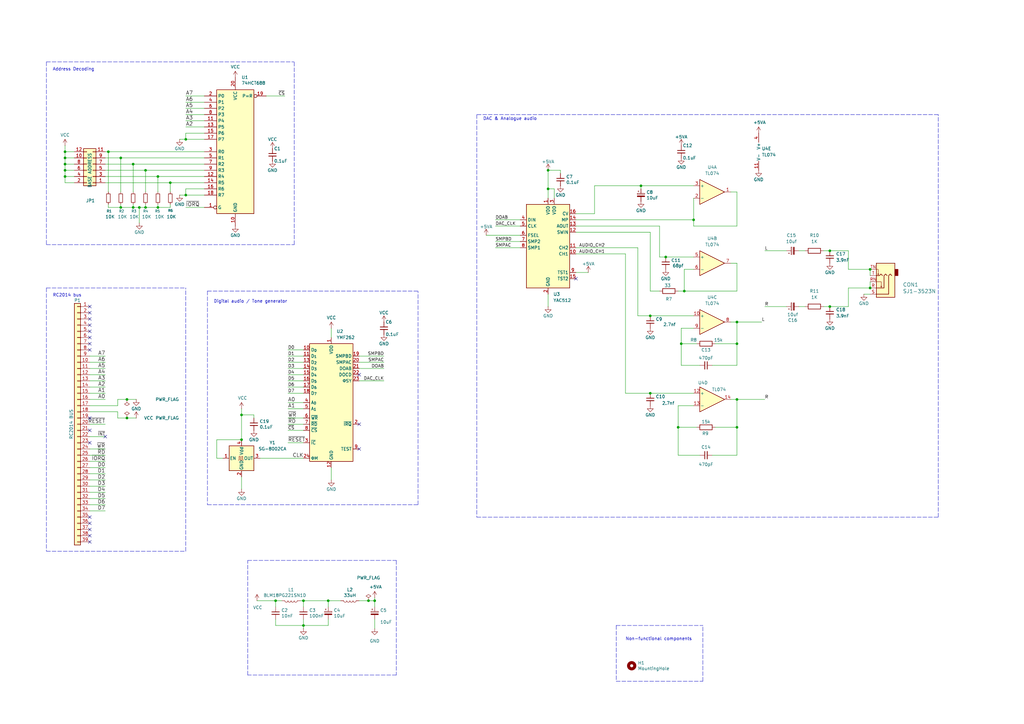
<source format=kicad_sch>
(kicad_sch (version 20250114) (generator "eeschema") (generator_version "9.0")
  (paper "A3")
  (title_block (title "RCBUS YMF262 sound card") (date "${DATE}") (rev "${VERSION}") (comment 1 "these are the things that dreams are made of") (comment 2 "${GIT_HASH}"))
  (junction (at 59.69 85.09))
  (junction (at 134.62 246.38))
  (junction (at 54.61 67.31))
  (junction (at 52.07 163.83))
  (junction (at 151.13 246.38))
  (junction (at 49.53 85.09))
  (junction (at 302.26 175.26))
  (junction (at 69.85 74.93))
  (junction (at 266.7 129.54))
  (junction (at 278.13 175.26))
  (junction (at 224.79 77.47))
  (junction (at 280.67 119.38))
  (junction (at 59.69 69.85))
  (junction (at 26.67 62.23))
  (junction (at 340.36 125.73))
  (junction (at 302.26 140.97))
  (junction (at 54.61 85.09))
  (junction (at 284.48 90.17))
  (junction (at 113.03 246.38))
  (junction (at 302.26 132.08))
  (junction (at 44.45 62.23))
  (junction (at 340.36 102.87))
  (junction (at 26.67 72.39))
  (junction (at 262.89 76.2))
  (junction (at 26.67 69.85))
  (junction (at 279.4 140.97))
  (junction (at 273.05 105.41))
  (junction (at 64.77 85.09))
  (junction (at 124.46 256.54))
  (junction (at 26.67 67.31))
  (junction (at 52.07 171.45))
  (junction (at 99.06 170.18))
  (junction (at 57.15 85.09))
  (junction (at 356.87 110.49))
  (junction (at 302.26 163.83))
  (junction (at 99.06 180.34))
  (junction (at 266.7 161.29))
  (junction (at 224.79 69.85))
  (junction (at 76.2 57.15))
  (junction (at 26.67 64.77))
  (junction (at 49.53 64.77))
  (junction (at 356.87 118.11))
  (junction (at 76.2 80.01))
  (junction (at 64.77 72.39))
  (junction (at 124.46 246.38))
  (junction (at 153.67 246.38))
  (no_connect (at 147.32 173.99))
  (no_connect (at 147.32 184.15))
  (no_connect (at 36.83 171.45))
  (no_connect (at 36.83 222.25))
  (no_connect (at 36.83 217.17))
  (no_connect (at 36.83 130.81))
  (no_connect (at 236.22 114.3))
  (no_connect (at 147.32 153.67))
  (no_connect (at 36.83 128.27))
  (no_connect (at 36.83 181.61))
  (no_connect (at 36.83 214.63))
  (no_connect (at 36.83 125.73))
  (no_connect (at 36.83 140.97))
  (no_connect (at 36.83 212.09))
  (no_connect (at 36.83 143.51))
  (no_connect (at 36.83 138.43))
  (no_connect (at 36.83 219.71))
  (no_connect (at 36.83 133.35))
  (no_connect (at 36.83 135.89))
  (no_connect (at 36.83 176.53))
  (no_connect (at 43.18 179.07))
  (polyline (pts (xy 384.81 212.09) (xy 384.81 46.99)) (stroke (width 0) (type dash)))
  (wire (pts (xy 73.66 80.01) (xy 76.2 80.01)))
  (wire (pts (xy 48.26 163.83) (xy 52.07 163.83)))
  (wire (pts (xy 153.67 248.92) (xy 153.67 246.38)))
  (wire (pts (xy 340.36 102.87) (xy 347.98 102.87)))
  (wire (pts (xy 134.62 246.38) (xy 134.62 248.92)))
  (wire (pts (xy 243.84 76.2) (xy 262.89 76.2)))
  (wire (pts (xy 88.9 180.34) (xy 88.9 187.96)))
  (wire (pts (xy 48.26 171.45) (xy 52.07 171.45)))
  (wire (pts (xy 118.11 143.51) (xy 124.46 143.51)))
  (wire (pts (xy 284.48 90.17) (xy 284.48 92.71)))
  (polyline (pts (xy 85.09 119.38) (xy 85.09 207.01)) (stroke (width 0) (type dash)))
  (wire (pts (xy 337.82 102.87) (xy 340.36 102.87)))
  (wire (pts (xy 256.54 104.14) (xy 256.54 161.29)))
  (wire (pts (xy 118.11 181.61) (xy 124.46 181.61)))
  (wire (pts (xy 76.2 54.61) (xy 83.82 54.61)))
  (wire (pts (xy 76.2 49.53) (xy 83.82 49.53)))
  (wire (pts (xy 26.67 72.39) (xy 26.67 74.93)))
  (polyline (pts (xy 288.29 279.4) (xy 288.29 256.54)) (stroke (width 0) (type dash)))
  (wire (pts (xy 279.4 149.86) (xy 279.4 140.97)))
  (wire (pts (xy 124.46 254) (xy 124.46 256.54)))
  (wire (pts (xy 236.22 101.6) (xy 261.62 101.6)))
  (wire (pts (xy 118.11 156.21) (xy 124.46 156.21)))
  (wire (pts (xy 76.2 44.45) (xy 83.82 44.45)))
  (wire (pts (xy 43.18 64.77) (xy 49.53 64.77)))
  (wire (pts (xy 356.87 113.03) (xy 356.87 110.49)))
  (wire (pts (xy 236.22 95.25) (xy 266.7 95.25)))
  (wire (pts (xy 123.19 246.38) (xy 124.46 246.38)))
  (wire (pts (xy 327.66 102.87) (xy 330.2 102.87)))
  (wire (pts (xy 147.32 148.59) (xy 157.48 148.59)))
  (wire (pts (xy 43.18 199.39) (xy 36.83 199.39)))
  (wire (pts (xy 76.2 85.09) (xy 83.82 85.09)))
  (wire (pts (xy 76.2 52.07) (xy 83.82 52.07)))
  (polyline (pts (xy 252.73 256.54) (xy 288.29 256.54)) (stroke (width 0) (type dash)))
  (polyline (pts (xy 101.6 276.86) (xy 101.6 229.87)) (stroke (width 0) (type dash)))
  (polyline (pts (xy 85.09 207.01) (xy 171.45 207.01)) (stroke (width 0) (type dash)))
  (polyline (pts (xy 162.56 229.87) (xy 162.56 276.86)) (stroke (width 0) (type dash)))
  (wire (pts (xy 43.18 194.31) (xy 36.83 194.31)))
  (wire (pts (xy 236.22 92.71) (xy 270.51 92.71)))
  (wire (pts (xy 76.2 57.15) (xy 83.82 57.15)))
  (wire (pts (xy 153.67 246.38) (xy 153.67 245.11)))
  (wire (pts (xy 64.77 72.39) (xy 64.77 78.74)))
  (wire (pts (xy 302.26 132.08) (xy 302.26 140.97)))
  (wire (pts (xy 48.26 168.91) (xy 48.26 171.45)))
  (wire (pts (xy 49.53 64.77) (xy 49.53 78.74)))
  (wire (pts (xy 224.79 69.85) (xy 229.87 69.85)))
  (wire (pts (xy 256.54 161.29) (xy 266.7 161.29)))
  (wire (pts (xy 279.4 140.97) (xy 279.4 134.62)))
  (wire (pts (xy 118.11 148.59) (xy 124.46 148.59)))
  (wire (pts (xy 236.22 87.63) (xy 243.84 87.63)))
  (wire (pts (xy 118.11 171.45) (xy 124.46 171.45)))
  (wire (pts (xy 113.03 246.38) (xy 113.03 248.92)))
  (wire (pts (xy 43.18 179.07) (xy 36.83 179.07)))
  (wire (pts (xy 302.26 132.08) (xy 312.42 132.08)))
  (wire (pts (xy 44.45 85.09) (xy 49.53 85.09)))
  (wire (pts (xy 99.06 195.58) (xy 99.06 200.66)))
  (wire (pts (xy 48.26 166.37) (xy 48.26 163.83)))
  (wire (pts (xy 43.18 163.83) (xy 36.83 163.83)))
  (wire (pts (xy 302.26 140.97) (xy 302.26 149.86)))
  (wire (pts (xy 43.18 186.69) (xy 36.83 186.69)))
  (wire (pts (xy 43.18 209.55) (xy 36.83 209.55)))
  (wire (pts (xy 278.13 175.26) (xy 285.75 175.26)))
  (wire (pts (xy 54.61 85.09) (xy 54.61 83.82)))
  (wire (pts (xy 99.06 170.18) (xy 99.06 180.34)))
  (polyline (pts (xy 162.56 276.86) (xy 101.6 276.86)) (stroke (width 0) (type dash)))
  (wire (pts (xy 147.32 246.38) (xy 151.13 246.38)))
  (wire (pts (xy 135.89 191.77) (xy 135.89 196.85)))
  (wire (pts (xy 26.67 74.93) (xy 30.48 74.93)))
  (polyline (pts (xy 252.73 279.4) (xy 288.29 279.4)) (stroke (width 0) (type dash)))
  (wire (pts (xy 236.22 111.76) (xy 241.3 111.76)))
  (wire (pts (xy 124.46 256.54) (xy 134.62 256.54)))
  (wire (pts (xy 43.18 67.31) (xy 54.61 67.31)))
  (wire (pts (xy 236.22 90.17) (xy 284.48 90.17)))
  (wire (pts (xy 147.32 146.05) (xy 157.48 146.05)))
  (wire (pts (xy 199.39 96.52) (xy 213.36 96.52)))
  (wire (pts (xy 76.2 77.47) (xy 76.2 80.01)))
  (wire (pts (xy 147.32 151.13) (xy 157.48 151.13)))
  (wire (pts (xy 43.18 189.23) (xy 36.83 189.23)))
  (wire (pts (xy 109.22 39.37) (xy 116.84 39.37)))
  (wire (pts (xy 26.67 64.77) (xy 30.48 64.77)))
  (wire (pts (xy 347.98 102.87) (xy 347.98 110.49)))
  (wire (pts (xy 43.18 173.99) (xy 36.83 173.99)))
  (wire (pts (xy 52.07 163.83) (xy 55.88 163.83)))
  (wire (pts (xy 203.2 101.6) (xy 213.36 101.6)))
  (wire (pts (xy 284.48 110.49) (xy 280.67 110.49)))
  (wire (pts (xy 64.77 85.09) (xy 69.85 85.09)))
  (wire (pts (xy 118.11 158.75) (xy 124.46 158.75)))
  (wire (pts (xy 99.06 167.64) (xy 99.06 170.18)))
  (wire (pts (xy 76.2 41.91) (xy 83.82 41.91)))
  (wire (pts (xy 26.67 67.31) (xy 30.48 67.31)))
  (wire (pts (xy 124.46 246.38) (xy 134.62 246.38)))
  (wire (pts (xy 26.67 62.23) (xy 26.67 64.77)))
  (wire (pts (xy 43.18 62.23) (xy 44.45 62.23)))
  (wire (pts (xy 73.66 57.15) (xy 76.2 57.15)))
  (wire (pts (xy 224.79 69.85) (xy 224.79 77.47)))
  (wire (pts (xy 104.14 170.18) (xy 104.14 171.45)))
  (wire (pts (xy 52.07 171.45) (xy 55.88 171.45)))
  (wire (pts (xy 262.89 77.47) (xy 262.89 76.2)))
  (wire (pts (xy 287.02 186.69) (xy 278.13 186.69)))
  (wire (pts (xy 26.67 59.69) (xy 26.67 62.23)))
  (wire (pts (xy 118.11 161.29) (xy 124.46 161.29)))
  (wire (pts (xy 43.18 72.39) (xy 64.77 72.39)))
  (polyline (pts (xy 384.81 46.99) (xy 195.58 46.99)) (stroke (width 0) (type dash)))
  (wire (pts (xy 43.18 74.93) (xy 69.85 74.93)))
  (wire (pts (xy 64.77 72.39) (xy 83.82 72.39)))
  (wire (pts (xy 270.51 92.71) (xy 270.51 105.41)))
  (wire (pts (xy 44.45 85.09) (xy 44.45 83.82)))
  (wire (pts (xy 43.18 161.29) (xy 36.83 161.29)))
  (wire (pts (xy 69.85 74.93) (xy 69.85 78.74)))
  (wire (pts (xy 43.18 69.85) (xy 59.69 69.85)))
  (wire (pts (xy 118.11 153.67) (xy 124.46 153.67)))
  (wire (pts (xy 279.4 140.97) (xy 285.75 140.97)))
  (wire (pts (xy 327.66 125.73) (xy 330.2 125.73)))
  (wire (pts (xy 266.7 129.54) (xy 284.48 129.54)))
  (wire (pts (xy 270.51 105.41) (xy 273.05 105.41)))
  (wire (pts (xy 48.26 168.91) (xy 36.83 168.91)))
  (wire (pts (xy 43.18 158.75) (xy 36.83 158.75)))
  (wire (pts (xy 43.18 151.13) (xy 36.83 151.13)))
  (wire (pts (xy 43.18 153.67) (xy 36.83 153.67)))
  (wire (pts (xy 261.62 129.54) (xy 266.7 129.54)))
  (wire (pts (xy 26.67 69.85) (xy 26.67 72.39)))
  (wire (pts (xy 302.26 78.74) (xy 302.26 92.71)))
  (wire (pts (xy 26.67 72.39) (xy 30.48 72.39)))
  (wire (pts (xy 227.33 81.28) (xy 227.33 77.47)))
  (polyline (pts (xy 195.58 46.99) (xy 195.58 212.09)) (stroke (width 0) (type dash)))
  (wire (pts (xy 153.67 254) (xy 153.67 257.81)))
  (wire (pts (xy 43.18 146.05) (xy 36.83 146.05)))
  (wire (pts (xy 302.26 149.86) (xy 292.1 149.86)))
  (wire (pts (xy 44.45 62.23) (xy 83.82 62.23)))
  (wire (pts (xy 278.13 166.37) (xy 284.48 166.37)))
  (wire (pts (xy 43.18 191.77) (xy 36.83 191.77)))
  (wire (pts (xy 347.98 125.73) (xy 347.98 118.11)))
  (wire (pts (xy 278.13 186.69) (xy 278.13 175.26)))
  (wire (pts (xy 76.2 46.99) (xy 83.82 46.99)))
  (wire (pts (xy 44.45 62.23) (xy 44.45 78.74)))
  (polyline (pts (xy 19.05 118.11) (xy 76.2 118.11)) (stroke (width 0) (type dash)))
  (wire (pts (xy 203.2 99.06) (xy 213.36 99.06)))
  (wire (pts (xy 43.18 207.01) (xy 36.83 207.01)))
  (wire (pts (xy 124.46 257.81) (xy 124.46 256.54)))
  (wire (pts (xy 293.37 175.26) (xy 302.26 175.26)))
  (wire (pts (xy 284.48 81.28) (xy 284.48 90.17)))
  (wire (pts (xy 299.72 163.83) (xy 302.26 163.83)))
  (wire (pts (xy 59.69 85.09) (xy 64.77 85.09)))
  (wire (pts (xy 278.13 119.38) (xy 280.67 119.38)))
  (wire (pts (xy 337.82 125.73) (xy 340.36 125.73)))
  (wire (pts (xy 134.62 246.38) (xy 139.7 246.38)))
  (polyline (pts (xy 120.65 100.33) (xy 120.65 25.4)) (stroke (width 0) (type dash)))
  (wire (pts (xy 54.61 67.31) (xy 54.61 78.74)))
  (wire (pts (xy 134.62 254) (xy 134.62 256.54)))
  (wire (pts (xy 59.69 85.09) (xy 59.69 83.82)))
  (polyline (pts (xy 85.09 119.38) (xy 171.45 119.38)) (stroke (width 0) (type dash)))
  (polyline (pts (xy 171.45 207.01) (xy 171.45 119.38)) (stroke (width 0) (type dash)))
  (wire (pts (xy 273.05 105.41) (xy 284.48 105.41)))
  (wire (pts (xy 243.84 76.2) (xy 243.84 87.63)))
  (wire (pts (xy 113.03 246.38) (xy 115.57 246.38)))
  (wire (pts (xy 43.18 148.59) (xy 36.83 148.59)))
  (wire (pts (xy 64.77 85.09) (xy 64.77 83.82)))
  (wire (pts (xy 113.03 256.54) (xy 124.46 256.54)))
  (wire (pts (xy 48.26 166.37) (xy 36.83 166.37)))
  (wire (pts (xy 262.89 76.2) (xy 284.48 76.2)))
  (wire (pts (xy 99.06 180.34) (xy 88.9 180.34)))
  (wire (pts (xy 347.98 110.49) (xy 356.87 110.49)))
  (wire (pts (xy 43.18 204.47) (xy 36.83 204.47)))
  (wire (pts (xy 356.87 118.11) (xy 356.87 115.57)))
  (polyline (pts (xy 19.05 226.06) (xy 76.2 226.06)) (stroke (width 0) (type dash)))
  (wire (pts (xy 224.79 77.47) (xy 224.79 81.28)))
  (wire (pts (xy 236.22 104.14) (xy 256.54 104.14)))
  (wire (pts (xy 76.2 54.61) (xy 76.2 57.15)))
  (wire (pts (xy 59.69 69.85) (xy 59.69 78.74)))
  (wire (pts (xy 69.85 83.82) (xy 69.85 85.09)))
  (polyline (pts (xy 19.05 25.4) (xy 19.05 100.33)) (stroke (width 0) (type dash)))
  (wire (pts (xy 118.11 176.53) (xy 124.46 176.53)))
  (wire (pts (xy 118.11 173.99) (xy 124.46 173.99)))
  (wire (pts (xy 88.9 187.96) (xy 91.44 187.96)))
  (wire (pts (xy 26.67 69.85) (xy 30.48 69.85)))
  (wire (pts (xy 229.87 69.85) (xy 229.87 71.12)))
  (polyline (pts (xy 252.73 256.54) (xy 252.73 279.4)) (stroke (width 0) (type dash)))
  (wire (pts (xy 69.85 74.93) (xy 83.82 74.93)))
  (wire (pts (xy 59.69 69.85) (xy 83.82 69.85)))
  (wire (pts (xy 49.53 64.77) (xy 83.82 64.77)))
  (polyline (pts (xy 76.2 226.06) (xy 76.2 118.11)) (stroke (width 0) (type dash)))
  (wire (pts (xy 287.02 149.86) (xy 279.4 149.86)))
  (wire (pts (xy 340.36 125.73) (xy 347.98 125.73)))
  (wire (pts (xy 83.82 77.47) (xy 76.2 77.47)))
  (wire (pts (xy 118.11 167.64) (xy 124.46 167.64)))
  (wire (pts (xy 280.67 110.49) (xy 280.67 119.38)))
  (wire (pts (xy 261.62 101.6) (xy 261.62 129.54)))
  (wire (pts (xy 113.03 254) (xy 113.03 256.54)))
  (wire (pts (xy 266.7 119.38) (xy 270.51 119.38)))
  (wire (pts (xy 224.79 120.65) (xy 224.79 125.73)))
  (wire (pts (xy 266.7 95.25) (xy 266.7 119.38)))
  (wire (pts (xy 135.89 134.62) (xy 135.89 138.43)))
  (wire (pts (xy 26.67 64.77) (xy 26.67 67.31)))
  (polyline (pts (xy 19.05 118.11) (xy 19.05 226.06)) (stroke (width 0) (type dash)))
  (wire (pts (xy 266.7 161.29) (xy 284.48 161.29)))
  (wire (pts (xy 313.69 125.73) (xy 322.58 125.73)))
  (wire (pts (xy 147.32 156.21) (xy 157.48 156.21)))
  (wire (pts (xy 302.26 92.71) (xy 284.48 92.71)))
  (wire (pts (xy 302.26 163.83) (xy 313.69 163.83)))
  (wire (pts (xy 49.53 85.09) (xy 54.61 85.09)))
  (wire (pts (xy 124.46 246.38) (xy 124.46 248.92)))
  (polyline (pts (xy 19.05 25.4) (xy 120.65 25.4)) (stroke (width 0) (type dash)))
  (polyline (pts (xy 101.6 229.87) (xy 162.56 229.87)) (stroke (width 0) (type dash)))
  (wire (pts (xy 106.68 187.96) (xy 124.46 187.96)))
  (wire (pts (xy 105.41 246.38) (xy 113.03 246.38)))
  (polyline (pts (xy 195.58 212.09) (xy 384.81 212.09)) (stroke (width 0) (type dash)))
  (wire (pts (xy 313.69 102.87) (xy 322.58 102.87)))
  (wire (pts (xy 43.18 201.93) (xy 36.83 201.93)))
  (wire (pts (xy 43.18 196.85) (xy 36.83 196.85)))
  (wire (pts (xy 278.13 175.26) (xy 278.13 166.37)))
  (wire (pts (xy 118.11 151.13) (xy 124.46 151.13)))
  (wire (pts (xy 227.33 77.47) (xy 224.79 77.47)))
  (wire (pts (xy 302.26 175.26) (xy 302.26 186.69)))
  (wire (pts (xy 57.15 91.44) (xy 57.15 85.09)))
  (polyline (pts (xy 19.05 100.33) (xy 120.65 100.33)) (stroke (width 0) (type dash)))
  (wire (pts (xy 49.53 85.09) (xy 49.53 83.82)))
  (wire (pts (xy 293.37 140.97) (xy 302.26 140.97)))
  (wire (pts (xy 203.2 90.17) (xy 213.36 90.17)))
  (wire (pts (xy 43.18 184.15) (xy 36.83 184.15)))
  (wire (pts (xy 302.26 186.69) (xy 292.1 186.69)))
  (wire (pts (xy 299.72 78.74) (xy 302.26 78.74)))
  (wire (pts (xy 347.98 118.11) (xy 356.87 118.11)))
  (wire (pts (xy 151.13 246.38) (xy 153.67 246.38)))
  (wire (pts (xy 280.67 119.38) (xy 302.26 119.38)))
  (wire (pts (xy 26.67 62.23) (xy 30.48 62.23)))
  (wire (pts (xy 302.26 163.83) (xy 302.26 175.26)))
  (wire (pts (xy 203.2 92.71) (xy 213.36 92.71)))
  (wire (pts (xy 299.72 132.08) (xy 302.26 132.08)))
  (wire (pts (xy 76.2 80.01) (xy 83.82 80.01)))
  (wire (pts (xy 76.2 39.37) (xy 83.82 39.37)))
  (wire (pts (xy 99.06 170.18) (xy 104.14 170.18)))
  (wire (pts (xy 118.11 146.05) (xy 124.46 146.05)))
  (wire (pts (xy 43.18 156.21) (xy 36.83 156.21)))
  (wire (pts (xy 26.67 67.31) (xy 26.67 69.85)))
  (wire (pts (xy 279.4 134.62) (xy 284.48 134.62)))
  (wire (pts (xy 118.11 165.1) (xy 124.46 165.1)))
  (wire (pts (xy 302.26 107.95) (xy 299.72 107.95)))
  (wire (pts (xy 54.61 67.31) (xy 83.82 67.31)))
  (wire (pts (xy 57.15 85.09) (xy 59.69 85.09)))
  (wire (pts (xy 302.26 119.38) (xy 302.26 107.95)))
  (wire (pts (xy 54.61 85.09) (xy 57.15 85.09)))
  (wire (pts (xy 354.33 120.65) (xy 356.87 120.65)))
  (text "Non-functional components" (at 256.54 262.89 0) (effects (font (size 1.27 1.27)) (justify left bottom)))
  (text "Digital audio / Tone generator" (at 87.63 124.46 0) (effects (font (size 1.27 1.27)) (justify left bottom)))
  (text "Address Decoding" (at 21.59 29.21 0) (effects (font (size 1.27 1.27)) (justify left bottom)))
  (text "DAC & Analogue audio" (at 198.12 49.53 0) (effects (font (size 1.27 1.27)) (justify left bottom)))
  (text "RC2014 bus" (at 21.59 121.92 0) (effects (font (size 1.27 1.27)) (justify left bottom)))
  (label "SMPAC" (at 157.48 148.59 180))
  (label "SMPBD" (at 203.2 99.06 0))
  (label "~{WR}" (at 43.18 184.15 180) (effects (font (size 1.524 1.524))))
  (label "A2" (at 43.18 158.75 180) (effects (font (size 1.524 1.524))))
  (label "~{CS}" (at 116.84 39.37 180))
  (label "D6" (at 118.11 158.75 0))
  (label "D2" (at 43.18 196.85 180) (effects (font (size 1.524 1.524))))
  (label "AUDIO_CH2" (at 237.49 101.6 0))
  (label "DAC_CLK" (at 203.2 92.71 0))
  (label "D4" (at 118.11 153.67 0))
  (label "D1" (at 118.11 146.05 0))
  (label "DAC_CLK" (at 157.48 156.21 180))
  (label "R" (at 313.69 163.83 0))
  (label "A7" (at 76.2 39.37 0) (effects (font (size 1.524 1.524))))
  (label "D2" (at 118.11 148.59 0))
  (label "D1" (at 43.18 194.31 180) (effects (font (size 1.524 1.524))))
  (label "SMPAC" (at 203.2 101.6 0))
  (label "D7" (at 118.11 161.29 0))
  (label "R" (at 313.69 125.73 0))
  (label "~{RD}" (at 118.11 173.99 0) (effects (font (size 1.524 1.524))))
  (label "~{RESET}" (at 118.11 181.61 0) (effects (font (size 1.524 1.524))))
  (label "A3" (at 76.2 49.53 0) (effects (font (size 1.524 1.524))))
  (label "A4" (at 76.2 46.99 0) (effects (font (size 1.524 1.524))))
  (label "A6" (at 43.18 148.59 180) (effects (font (size 1.524 1.524))))
  (label "D5" (at 43.18 204.47 180) (effects (font (size 1.524 1.524))))
  (label "D7" (at 43.18 209.55 180) (effects (font (size 1.524 1.524))))
  (label "~{WR}" (at 118.11 171.45 0) (effects (font (size 1.524 1.524))))
  (label "~{INT}" (at 43.18 179.07 180))
  (label "A1" (at 118.11 167.64 0) (effects (font (size 1.524 1.524))))
  (label "CLK" (at 124.46 187.96 180) (effects (font (size 1.524 1.524))))
  (label "~{RESET}" (at 43.18 173.99 180) (effects (font (size 1.524 1.524))))
  (label "A1" (at 43.18 161.29 180) (effects (font (size 1.524 1.524))))
  (label "~{IORQ}" (at 76.2 85.09 0) (effects (font (size 1.524 1.524))))
  (label "~{RD}" (at 43.18 186.69 180) (effects (font (size 1.524 1.524))))
  (label "A4" (at 43.18 153.67 180) (effects (font (size 1.524 1.524))))
  (label "A2" (at 76.2 52.07 0) (effects (font (size 1.524 1.524))))
  (label "DOAB" (at 203.2 90.17 0))
  (label "SMPBD" (at 157.48 146.05 180))
  (label "A3" (at 43.18 156.21 180) (effects (font (size 1.524 1.524))))
  (label "D5" (at 118.11 156.21 0))
  (label "D0" (at 118.11 143.51 0))
  (label "L" (at 313.69 102.87 0))
  (label "A0" (at 118.11 165.1 0) (effects (font (size 1.524 1.524))))
  (label "~{CS}" (at 118.11 176.53 0))
  (label "D4" (at 43.18 201.93 180) (effects (font (size 1.524 1.524))))
  (label "A6" (at 76.2 41.91 0) (effects (font (size 1.524 1.524))))
  (label "D3" (at 43.18 199.39 180) (effects (font (size 1.524 1.524))))
  (label "D0" (at 43.18 191.77 180) (effects (font (size 1.524 1.524))))
  (label "A5" (at 43.18 151.13 180) (effects (font (size 1.524 1.524))))
  (label "D3" (at 118.11 151.13 0))
  (label "AUDIO_CH1" (at 237.49 104.14 0))
  (label "D6" (at 43.18 207.01 180) (effects (font (size 1.524 1.524))))
  (label "L" (at 312.42 132.08 0))
  (label "A7" (at 43.18 146.05 180) (effects (font (size 1.524 1.524))))
  (label "DOAB" (at 157.48 151.13 180))
  (label "~{IORQ}" (at 43.18 189.23 180) (effects (font (size 1.524 1.524))))
  (label "A5" (at 76.2 44.45 0) (effects (font (size 1.524 1.524))))
  (label "A0" (at 43.18 163.83 180) (effects (font (size 1.524 1.524))))
  (symbol (lib_id "Connector_Generic:Conn_01x39") (at 31.75 173.99 0) (mirror y) (unit 1)
    (property "Reference" "P1" (at 31.75 123.19 0))
    (property "Value" "RC2014 BUS" (at 29.21 173.99 90))
    (property "Footprint" "electrified:PinHeader_1x39_P2.54mm_Vertical" (effects (hide yes)))
    (property "Description" "Generic connector, single row, 01x39, script generated (kicad-library-utils/schlib/autogen/connector/)" (effects (hide yes)))
  )
  (symbol (lib_id "power:GND") (at 55.88 163.83 0) (unit 1)
    (property "Reference" "#PWR02" (effects (hide yes)))
    (property "Value" "GND" (at 55.88 167.64 0))
    (property "Description" "Power symbol creates a global label with name \"GND\" , ground" (effects (hide yes)))
  )
  (symbol (lib_id "power:VCC") (at 55.88 171.45 0) (unit 1)
    (property "Reference" "#PWR03" (effects (hide yes)))
    (property "Value" "VCC" (at 60.96 171.45 0))
    (property "Description" "Power symbol creates a global label with name \"VCC\"" (effects (hide yes)))
  )
  (symbol (lib_id "power:GND") (at 135.89 196.85 0) (unit 1)
    (property "Reference" "#PWR016" (effects (hide yes)))
    (property "Value" "GND" (at 135.89 200.66 0))
    (property "Description" "Power symbol creates a global label with name \"GND\" , ground" (effects (hide yes)))
  )
  (symbol (lib_id "Device:C_Small") (at 111.76 63.5 0) (unit 1)
    (property "Reference" "C1" (at 112.395 60.96 0) (effects (justify left)))
    (property "Value" "0.1uF" (at 112.395 66.04 0) (effects (justify left)))
    (property "Footprint" "Capacitor_SMD:C_0603_1608Metric_Pad1.08x0.95mm_HandSolder" (effects (hide yes)))
    (property "Description" "Unpolarized capacitor, small symbol" (effects (hide yes)))
  )
  (symbol (lib_id "Device:C_Small") (at 157.48 134.62 0) (unit 1)
    (property "Reference" "C6" (at 158.115 132.08 0) (effects (justify left)))
    (property "Value" "0.1uF" (at 158.115 137.16 0) (effects (justify left)))
    (property "Footprint" "Capacitor_SMD:C_0603_1608Metric_Pad1.08x0.95mm_HandSolder" (effects (hide yes)))
    (property "Description" "Unpolarized capacitor, small symbol" (effects (hide yes)))
  )
  (symbol (lib_id "power:GND") (at 111.76 66.04 0) (unit 1)
    (property "Reference" "#PWR013" (effects (hide yes)))
    (property "Value" "GND" (at 111.76 69.85 0))
    (property "Description" "Power symbol creates a global label with name \"GND\" , ground" (effects (hide yes)))
  )
  (symbol (lib_id "power:GND") (at 157.48 137.16 0) (unit 1)
    (property "Reference" "#PWR021" (effects (hide yes)))
    (property "Value" "GND" (at 157.48 140.97 0))
    (property "Description" "Power symbol creates a global label with name \"GND\" , ground" (effects (hide yes)))
  )
  (symbol (lib_id "power:VCC") (at 111.76 60.96 0) (unit 1)
    (property "Reference" "#PWR012" (effects (hide yes)))
    (property "Value" "VCC" (at 111.76 57.15 0))
    (property "Description" "Power symbol creates a global label with name \"VCC\"" (effects (hide yes)))
  )
  (symbol (lib_id "power:VCC") (at 157.48 132.08 0) (unit 1)
    (property "Reference" "#PWR020" (effects (hide yes)))
    (property "Value" "VCC" (at 157.48 128.27 0))
    (property "Description" "Power symbol creates a global label with name \"VCC\"" (effects (hide yes)))
  )
  (symbol (lib_id "Connector_Generic:Conn_02x06_Odd_Even") (at 38.1 69.85 180) (unit 1)
    (property "Reference" "JP1" (at 37.084 82.296 0))
    (property "Value" "BASE ADDRESS" (at 36.83 69.85 90))
    (property "Footprint" "Connector_PinHeader_2.54mm:PinHeader_2x06_P2.54mm_Vertical" (effects (hide yes)))
    (property "Description" "Generic connector, double row, 02x06, odd/even pin numbering scheme (row 1 odd numbers, row 2 even numbers), script generated (kicad-library-utils/schlib/autogen/connector/)" (effects (hide yes)))
  )
  (symbol (lib_id "Device:C_Small") (at 279.4 62.23 0) (unit 1)
    (property "Reference" "C12" (at 280.035 59.69 0) (effects (justify left)))
    (property "Value" "0.1uF" (at 280.035 64.77 0) (effects (justify left)))
    (property "Footprint" "Capacitor_SMD:C_0603_1608Metric_Pad1.08x0.95mm_HandSolder" (effects (hide yes)))
    (property "Description" "Unpolarized capacitor, small symbol" (effects (hide yes)))
  )
  (symbol (lib_id "power:PWR_FLAG") (at 52.07 163.83 180) (unit 1)
    (property "Reference" "#FLG01" (effects (hide yes)))
    (property "Value" "PWR_FLAG" (at 68.58 163.83 0))
    (property "Description" "Special symbol for telling ERC where power comes from" (effects (hide yes)))
  )
  (symbol (lib_id "power:PWR_FLAG") (at 52.07 171.45 0) (unit 1)
    (property "Reference" "#FLG02" (effects (hide yes)))
    (property "Value" "PWR_FLAG" (at 68.58 171.45 0))
    (property "Description" "Special symbol for telling ERC where power comes from" (effects (hide yes)))
  )
  (symbol (lib_id "Device:L") (at 119.38 246.38 270) (unit 1)
    (property "Reference" "L1" (at 119.38 241.8588 90))
    (property "Value" "BLM18PG221SN1D" (at 116.84 244.1702 90))
    (property "Footprint" "Inductor_SMD:L_0603_1608Metric_Pad1.05x0.95mm_HandSolder" (effects (hide yes)))
    (property "Description" "Inductor" (effects (hide yes)))
  )
  (symbol (lib_id "power:+5VA") (at 153.67 245.11 0) (unit 1)
    (property "Reference" "#PWR018" (effects (hide yes)))
    (property "Value" "+5VA" (at 154.051 240.7158 0))
    (property "Description" "Power symbol creates a global label with name \"+5VA\"" (effects (hide yes)))
  )
  (symbol (lib_id "Device:L") (at 143.51 246.38 270) (unit 1)
    (property "Reference" "L2" (at 143.51 241.8588 90))
    (property "Value" "33uH" (at 143.51 244.1702 90))
    (property "Footprint" "Inductor_SMD:L_0603_1608Metric_Pad1.05x0.95mm_HandSolder" (effects (hide yes)))
    (property "Description" "Inductor" (effects (hide yes)))
  )
  (symbol (lib_id "Device:C_Polarized_Small") (at 153.67 251.46 0) (unit 1)
    (property "Reference" "C5" (at 155.9052 250.2916 0) (effects (justify left)))
    (property "Value" "10uF" (at 155.9052 255.143 0) (effects (justify left)))
    (property "Footprint" "Capacitor_SMD:C_1206_3216Metric" (effects (hide yes)))
    (property "Description" "Polarized capacitor, small symbol" (effects (hide yes)))
  )
  (symbol (lib_id "power:GND") (at 99.06 200.66 0) (unit 1)
    (property "Reference" "#PWR010" (effects (hide yes)))
    (property "Value" "GND" (at 99.06 204.47 0))
    (property "Description" "Power symbol creates a global label with name \"GND\" , ground" (effects (hide yes)))
  )
  (symbol (lib_id "power:VCC") (at 99.06 167.64 0) (unit 1)
    (property "Reference" "#PWR09" (effects (hide yes)))
    (property "Value" "VCC" (at 99.441 163.2458 0))
    (property "Description" "Power symbol creates a global label with name \"VCC\"" (effects (hide yes)))
  )
  (symbol (lib_id "Mechanical:MountingHole") (at 259.08 273.05 0) (unit 1) (in_bom no)
    (property "Reference" "H1" (at 261.62 271.8816 0) (effects (justify left)))
    (property "Value" "MountingHole" (at 261.62 274.193 0) (effects (justify left)))
    (property "Footprint" "MountingHole:MountingHole_3.2mm_M3" (effects (hide yes)))
    (property "Description" "Mounting Hole without connection" (effects (hide yes)))
  )
  (symbol (lib_id "Connector_Audio:AudioJack3_SwitchTR") (at 361.95 118.11 180) (unit 1)
    (property "Reference" "CON1" (at 370.2812 116.7638 0) (effects (font (size 1.524 1.524)) (justify right)))
    (property "Value" "SJ1-3523N" (at 370.2812 119.4562 0) (effects (font (size 1.524 1.524)) (justify right)))
    (property "Footprint" "electrified:Headphone_Jack_3.5mm_5_pin" (effects (hide yes)))
    (property "Description" "Audio Jack, 3 Poles (Stereo / TRS), Switched TR Poles (Normalling)" (effects (hide yes)))
    (property "Digi-Key_PN" "CP1-3523N-ND" (effects (hide yes)))
    (property "MPN" "SJ1-3523N" (effects (hide yes)))
    (property "Category" "Connectors, Interconnects" (effects (hide yes)))
    (property "Family" "Barrel - Audio Connectors" (effects (hide yes)))
    (property "DK_Datasheet_Link" "https://www.cui.com/product/resource/digikeypdf/sj1-352xn_series.pdf" (effects (hide yes)))
    (property "DK_Detail_Page" "/product-detail/en/cui-inc/SJ1-3523N/CP1-3523N-ND/738689" (effects (hide yes)))
    (property "Manufacturer" "CUI Inc." (effects (hide yes)))
    (property "Status" "Active" (effects (hide yes)))
  )
  (symbol (lib_id "74xx:74HCT688") (at 96.52 62.23 0) (unit 1)
    (property "Reference" "U1" (at 99.06 31.75 0) (effects (justify left)))
    (property "Value" "74HCT688" (at 99.06 34.0614 0) (effects (justify left)))
    (property "Footprint" "Package_SO:SOIC-20W_7.5x12.8mm_P1.27mm" (effects (hide yes)))
    (property "Datasheet" "https://www.ti.com/lit/ds/symlink/cd54hc688.pdf" (effects (hide yes)))
    (property "Description" "8-bit magnitude comparator" (effects (hide yes)))
  )
  (symbol (lib_id "power:VCC") (at 135.89 134.62 0) (unit 1)
    (property "Reference" "#PWR015" (effects (hide yes)))
    (property "Value" "VCC" (at 135.89 130.302 0))
    (property "Description" "Power symbol creates a global label with name \"VCC\"" (effects (hide yes)))
  )
  (symbol (lib_id "power:+5VA") (at 224.79 69.85 0) (unit 1)
    (property "Reference" "#PWR023" (effects (hide yes)))
    (property "Value" "+5VA" (at 224.79 66.294 0))
    (property "Description" "Power symbol creates a global label with name \"+5VA\"" (effects (hide yes)))
  )
  (symbol (lib_id "power:GND") (at 96.52 92.71 0) (unit 1)
    (property "Reference" "#PWR08" (effects (hide yes)))
    (property "Value" "GND" (at 96.52 96.52 0))
    (property "Description" "Power symbol creates a global label with name \"GND\" , ground" (effects (hide yes)))
  )
  (symbol (lib_id "power:VCC") (at 96.52 31.75 0) (unit 1)
    (property "Reference" "#PWR07" (effects (hide yes)))
    (property "Value" "VCC" (at 96.52 27.432 0))
    (property "Description" "Power symbol creates a global label with name \"VCC\"" (effects (hide yes)))
  )
  (symbol (lib_id "power:VCC") (at 26.67 59.69 0) (unit 1)
    (property "Reference" "#PWR01" (effects (hide yes)))
    (property "Value" "VCC" (at 26.67 55.372 0))
    (property "Description" "Power symbol creates a global label with name \"VCC\"" (effects (hide yes)))
  )
  (symbol (lib_id "power:GND") (at 57.15 91.44 0) (unit 1)
    (property "Reference" "#PWR04" (effects (hide yes)))
    (property "Value" "GND" (at 57.15 95.25 0))
    (property "Description" "Power symbol creates a global label with name \"GND\" , ground" (effects (hide yes)))
  )
  (symbol (lib_id "power:GND") (at 224.79 125.73 0) (unit 1)
    (property "Reference" "#PWR024" (effects (hide yes)))
    (property "Value" "GND" (at 224.79 129.54 0))
    (property "Description" "Power symbol creates a global label with name \"GND\" , ground" (effects (hide yes)))
  )
  (symbol (lib_id "Device:C_Small") (at 229.87 73.66 0) (unit 1)
    (property "Reference" "C7" (at 232.2068 72.4916 0) (effects (justify left)))
    (property "Value" "0.1uF" (at 232.2068 74.803 0) (effects (justify left)))
    (property "Footprint" "Capacitor_SMD:C_0603_1608Metric_Pad1.08x0.95mm_HandSolder" (effects (hide yes)))
    (property "Description" "Unpolarized capacitor, small symbol" (effects (hide yes)))
  )
  (symbol (lib_id "Device:C_Polarized_Small") (at 262.89 80.01 0) (unit 1)
    (property "Reference" "C8" (at 265.1252 78.8416 0) (effects (justify left)))
    (property "Value" "10uF" (at 265.1252 81.153 0) (effects (justify left)))
    (property "Footprint" "Capacitor_SMD:C_0603_1608Metric_Pad1.08x0.95mm_HandSolder" (effects (hide yes)))
    (property "Description" "Polarized capacitor, small symbol" (effects (hide yes)))
  )
  (symbol (lib_id "Device:C_Polarized_Small") (at 325.12 102.87 90) (unit 1)
    (property "Reference" "C15" (at 324.5739 96.52 90))
    (property "Value" "10uf" (at 324.5739 99.06 90))
    (property "Footprint" "Capacitor_SMD:C_0603_1608Metric_Pad1.08x0.95mm_HandSolder" (effects (hide yes)))
    (property "Description" "Polarized capacitor, small symbol" (effects (hide yes)))
  )
  (symbol (lib_id "power:GND") (at 279.4 64.77 0) (unit 1)
    (property "Reference" "#PWR032" (effects (hide yes)))
    (property "Value" "GND" (at 279.4 68.58 0))
    (property "Description" "Power symbol creates a global label with name \"GND\" , ground" (effects (hide yes)))
  )
  (symbol (lib_id "Device:R") (at 334.01 102.87 90) (unit 1)
    (property "Reference" "R10" (at 334.01 96.52 90))
    (property "Value" "1K" (at 334.01 99.06 90))
    (property "Footprint" "Resistor_SMD:R_0603_1608Metric_Pad0.98x0.95mm_HandSolder" (effects (hide yes)))
    (property "Description" "Resistor" (effects (hide yes)))
  )
  (symbol (lib_id "Device:C_Small") (at 266.7 132.08 0) (unit 1)
    (property "Reference" "C9" (at 268.9352 130.9116 0) (effects (justify left)))
    (property "Value" "2.7nf" (at 272.034 133.096 0) (effects (justify left)))
    (property "Footprint" "Capacitor_SMD:C_0603_1608Metric_Pad1.08x0.95mm_HandSolder" (effects (hide yes)))
    (property "Description" "Unpolarized capacitor, small symbol" (effects (hide yes)))
  )
  (symbol (lib_id "power:GND") (at 73.66 57.15 0) (unit 1)
    (property "Reference" "#PWR05" (effects (hide yes)))
    (property "Value" "GND" (at 73.66 60.96 0))
    (property "Description" "Power symbol creates a global label with name \"GND\" , ground" (effects (hide yes)))
  )
  (symbol (lib_id "Device:R_Small") (at 54.61 81.28 0) (unit 1)
    (property "Reference" "R3" (at 53.848 86.614 0) (effects (font (size 1.016 1.016)) (justify left)))
    (property "Value" "10K" (at 53.086 88.9 0) (effects (justify left)))
    (property "Footprint" "Resistor_SMD:R_0603_1608Metric_Pad0.98x0.95mm_HandSolder" (effects (hide yes)))
    (property "Description" "Resistor, small symbol" (effects (hide yes)))
  )
  (symbol (lib_id "Amplifier_Operational:TL074") (at 292.1 163.83 0) (unit 4)
    (property "Reference" "U4" (at 288.29 156.972 0))
    (property "Value" "TL074" (at 294.894 159.766 0))
    (property "Footprint" "Package_SO:SOIC-14_3.9x8.7mm_P1.27mm" (effects (hide yes)))
    (property "Datasheet" "http://www.ti.com/lit/ds/symlink/tl071.pdf" (effects (hide yes)))
    (property "Description" "Quad Low-Noise JFET-Input Operational Amplifiers, DIP-14/SOIC-14" (effects (hide yes)))
  )
  (symbol (lib_id "power:+5VA") (at 241.3 111.76 0) (unit 1)
    (property "Reference" "#PWR026" (effects (hide yes)))
    (property "Value" "+5VA" (at 241.3 108.204 0))
    (property "Description" "Power symbol creates a global label with name \"+5VA\"" (effects (hide yes)))
  )
  (symbol (lib_id "Device:R_Small") (at 69.85 81.28 0) (unit 1)
    (property "Reference" "R6" (at 68.834 86.36 0) (effects (font (size 1.016 1.016)) (justify left)))
    (property "Value" "10K" (at 68.326 88.9 0) (effects (justify left)))
    (property "Footprint" "Resistor_SMD:R_0603_1608Metric_Pad0.98x0.95mm_HandSolder" (effects (hide yes)))
    (property "Description" "Resistor, small symbol" (effects (hide yes)))
  )
  (symbol (lib_id "power:GND") (at 311.15 69.85 0) (unit 1)
    (property "Reference" "#PWR034" (effects (hide yes)))
    (property "Value" "GND" (at 311.15 73.66 0))
    (property "Description" "Power symbol creates a global label with name \"GND\" , ground" (effects (hide yes)))
  )
  (symbol (lib_id "power:GND") (at 340.36 130.81 0) (unit 1)
    (property "Reference" "#PWR036" (effects (hide yes)))
    (property "Value" "GND" (at 340.36 134.62 0))
    (property "Description" "Power symbol creates a global label with name \"GND\" , ground" (effects (hide yes)))
  )
  (symbol (lib_id "Device:R") (at 289.56 140.97 90) (unit 1)
    (property "Reference" "R8" (at 284.48 139.446 90))
    (property "Value" "15k" (at 294.64 139.446 90))
    (property "Footprint" "Resistor_SMD:R_0603_1608Metric_Pad0.98x0.95mm_HandSolder" (effects (hide yes)))
    (property "Description" "Resistor" (effects (hide yes)))
  )
  (symbol (lib_id "power:GND") (at 73.66 80.01 0) (unit 1)
    (property "Reference" "#PWR06" (effects (hide yes)))
    (property "Value" "GND" (at 73.66 83.82 0))
    (property "Description" "Power symbol creates a global label with name \"GND\" , ground" (effects (hide yes)))
  )
  (symbol (lib_id "Device:R_Small") (at 44.45 81.28 0) (unit 1)
    (property "Reference" "R1" (at 43.688 86.614 0) (effects (font (size 1.016 1.016)) (justify left)))
    (property "Value" "10K" (at 43.18 88.9 0) (effects (justify left)))
    (property "Footprint" "Resistor_SMD:R_0603_1608Metric_Pad0.98x0.95mm_HandSolder" (effects (hide yes)))
    (property "Description" "Resistor, small symbol" (effects (hide yes)))
  )
  (symbol (lib_id "Amplifier_Operational:TL074") (at 292.1 107.95 0) (unit 2)
    (property "Reference" "U4" (at 292.1 97.79 0))
    (property "Value" "TL074" (at 292.1 100.33 0))
    (property "Footprint" "Package_SO:SOIC-14_3.9x8.7mm_P1.27mm" (effects (hide yes)))
    (property "Datasheet" "http://www.ti.com/lit/ds/symlink/tl071.pdf" (effects (hide yes)))
    (property "Description" "Quad Low-Noise JFET-Input Operational Amplifiers, DIP-14/SOIC-14" (effects (hide yes)))
  )
  (symbol (lib_id "Device:C_Polarized_Small") (at 134.62 251.46 0) (unit 1)
    (property "Reference" "C4" (at 136.8552 250.2916 0) (effects (justify left)))
    (property "Value" "10uF" (at 136.8552 252.603 0) (effects (justify left)))
    (property "Footprint" "Capacitor_SMD:C_1206_3216Metric" (effects (hide yes)))
    (property "Description" "Polarized capacitor, small symbol" (effects (hide yes)))
  )
  (symbol (lib_id "Device:R_Small") (at 64.77 81.28 0) (unit 1)
    (property "Reference" "R5" (at 63.5 86.614 0) (effects (font (size 1.016 1.016)) (justify left)))
    (property "Value" "10K" (at 63.5 88.9 0) (effects (justify left)))
    (property "Footprint" "Resistor_SMD:R_0603_1608Metric_Pad0.98x0.95mm_HandSolder" (effects (hide yes)))
    (property "Description" "Resistor, small symbol" (effects (hide yes)))
  )
  (symbol (lib_id "power:GND") (at 340.36 107.95 0) (unit 1)
    (property "Reference" "#PWR035" (effects (hide yes)))
    (property "Value" "GND" (at 340.36 111.76 0))
    (property "Description" "Power symbol creates a global label with name \"GND\" , ground" (effects (hide yes)))
  )
  (symbol (lib_id "power:+5VA") (at 279.4 59.69 0) (unit 1)
    (property "Reference" "#PWR031" (effects (hide yes)))
    (property "Value" "+5VA" (at 279.4 56.134 0))
    (property "Description" "Power symbol creates a global label with name \"+5VA\"" (effects (hide yes)))
  )
  (symbol (lib_id "Device:R") (at 334.01 125.73 90) (unit 1)
    (property "Reference" "R11" (at 334.01 119.38 90))
    (property "Value" "1K" (at 334.01 121.92 90))
    (property "Footprint" "Resistor_SMD:R_0603_1608Metric_Pad0.98x0.95mm_HandSolder" (effects (hide yes)))
    (property "Description" "Resistor" (effects (hide yes)))
  )
  (symbol (lib_id "Device:R_Small") (at 49.53 81.28 0) (unit 1)
    (property "Reference" "R2" (at 48.768 86.614 0) (effects (font (size 1.016 1.016)) (justify left)))
    (property "Value" "10K" (at 48.26 88.9 0) (effects (justify left)))
    (property "Footprint" "Resistor_SMD:R_0603_1608Metric_Pad0.98x0.95mm_HandSolder" (effects (hide yes)))
    (property "Description" "Resistor, small symbol" (effects (hide yes)))
  )
  (symbol (lib_id "power:GND") (at 229.87 76.2 0) (unit 1)
    (property "Reference" "#PWR025" (effects (hide yes)))
    (property "Value" "GND" (at 229.87 80.01 0))
    (property "Description" "Power symbol creates a global label with name \"GND\" , ground" (effects (hide yes)))
  )
  (symbol (lib_id "power:+5VA") (at 199.39 96.52 0) (unit 1)
    (property "Reference" "#PWR022" (effects (hide yes)))
    (property "Value" "+5VA" (at 199.39 92.964 0))
    (property "Description" "Power symbol creates a global label with name \"+5VA\"" (effects (hide yes)))
  )
  (symbol (lib_id "Oscillator:ASV-xxxMHz") (at 99.06 187.96 0) (unit 1)
    (property "Reference" "Y1" (at 111.76 181.5398 0))
    (property "Value" "SG-8002CA" (at 111.76 184.0798 0))
    (property "Footprint" "Oscillator:Oscillator_SMD_Abracon_ASV-4Pin_7.0x5.1mm" (effects (hide yes)))
    (property "Datasheet" "http://www.abracon.com/Oscillators/ASV.pdf" (effects (hide yes)))
    (property "Description" "3.3V HCMOS SMD Crystal Clock Oscillator, Abracon" (effects (hide yes)))
  )
  (symbol (lib_id "electrified:YAC512") (at 224.79 101.6 0) (unit 1)
    (property "Reference" "U3" (at 226.9333 120.65 0) (effects (justify left)))
    (property "Value" "YAC512" (at 226.9333 123.19 0) (effects (justify left)))
    (property "Footprint" "Package_SO:SOP-16_4.55x10.3mm_P1.27mm" (effects (hide yes)))
  )
  (symbol (lib_id "Device:C_Small") (at 104.14 173.99 0) (unit 1)
    (property "Reference" "C19" (at 106.4768 172.8216 0) (effects (justify left)))
    (property "Value" "0.1uF" (at 106.4768 175.133 0) (effects (justify left)))
    (property "Footprint" "Capacitor_SMD:C_0603_1608Metric_Pad1.08x0.95mm_HandSolder" (effects (hide yes)))
    (property "Description" "Unpolarized capacitor, small symbol" (effects (hide yes)))
  )
  (symbol (lib_id "Device:R") (at 274.32 119.38 90) (unit 1)
    (property "Reference" "R7" (at 274.32 122.682 90))
    (property "Value" "33" (at 273.812 117.094 90))
    (property "Footprint" "Resistor_SMD:R_0603_1608Metric_Pad0.98x0.95mm_HandSolder" (effects (hide yes)))
    (property "Description" "Resistor" (effects (hide yes)))
  )
  (symbol (lib_id "power:+5VA") (at 311.15 54.61 0) (unit 1)
    (property "Reference" "#PWR033" (effects (hide yes)))
    (property "Value" "+5VA" (at 311.531 50.2158 0))
    (property "Description" "Power symbol creates a global label with name \"+5VA\"" (effects (hide yes)))
  )
  (symbol (lib_id "electrified:YMF262") (at 135.89 158.75 0) (unit 1)
    (property "Reference" "U2" (at 138.0333 135.89 0) (effects (justify left)))
    (property "Value" "YMF262" (at 138.0333 138.43 0) (effects (justify left)))
    (property "Footprint" "Package_SO:SOP-24_7.5x15.4mm_P1.27mm" (effects (hide yes)))
  )
  (symbol (lib_id "power:GND") (at 124.46 257.81 0) (unit 1)
    (property "Reference" "#PWR014" (effects (hide yes)))
    (property "Value" "GND" (at 124.46 261.62 0))
    (property "Description" "Power symbol creates a global label with name \"GND\" , ground" (effects (hide yes)))
  )
  (symbol (lib_id "Device:R") (at 289.56 175.26 90) (unit 1)
    (property "Reference" "R9" (at 289.306 177.8 90))
    (property "Value" "15k" (at 289.56 172.974 90))
    (property "Footprint" "Resistor_SMD:R_0603_1608Metric_Pad0.98x0.95mm_HandSolder" (effects (hide yes)))
    (property "Description" "Resistor" (effects (hide yes)))
  )
  (symbol (lib_id "power:PWR_FLAG") (at 151.13 246.38 0) (unit 1)
    (property "Reference" "#FLG03" (effects (hide yes)))
    (property "Value" "PWR_FLAG" (at 151.13 236.982 0))
    (property "Description" "Special symbol for telling ERC where power comes from" (effects (hide yes)))
  )
  (symbol (lib_id "Device:C_Small") (at 289.56 186.69 90) (unit 1)
    (property "Reference" "C14" (at 289.56 183.388 90))
    (property "Value" "470pF" (at 289.56 190.5 90))
    (property "Footprint" "Capacitor_SMD:C_0603_1608Metric_Pad1.08x0.95mm_HandSolder" (effects (hide yes)))
    (property "Description" "Unpolarized capacitor, small symbol" (effects (hide yes)))
  )
  (symbol (lib_id "power:GND") (at 104.14 176.53 0) (unit 1)
    (property "Reference" "#PWR038" (effects (hide yes)))
    (property "Value" "GND" (at 104.14 180.34 0))
    (property "Description" "Power symbol creates a global label with name \"GND\" , ground" (effects (hide yes)))
  )
  (symbol (lib_id "Device:C_Small") (at 124.46 251.46 0) (unit 1)
    (property "Reference" "C3" (at 126.7968 250.2916 0) (effects (justify left)))
    (property "Value" "100nF" (at 126.7968 252.603 0) (effects (justify left)))
    (property "Footprint" "Capacitor_SMD:C_0603_1608Metric_Pad1.08x0.95mm_HandSolder" (effects (hide yes)))
    (property "Description" "Unpolarized capacitor, small symbol" (effects (hide yes)))
  )
  (symbol (lib_id "power:GND") (at 153.67 257.81 0) (unit 1)
    (property "Reference" "#PWR017" (effects (hide yes)))
    (property "Value" "GND" (at 153.67 262.89 0))
    (property "Description" "Power symbol creates a global label with name \"GND\" , ground" (effects (hide yes)))
  )
  (symbol (lib_id "Device:C_Small") (at 340.36 105.41 0) (unit 1)
    (property "Reference" "C17" (at 342.9 104.1462 0) (effects (justify left)))
    (property "Value" "3.9nF" (at 342.9 106.6862 0) (effects (justify left)))
    (property "Footprint" "Capacitor_SMD:C_0603_1608Metric_Pad1.08x0.95mm_HandSolder" (effects (hide yes)))
    (property "Description" "Unpolarized capacitor, small symbol" (effects (hide yes)))
  )
  (symbol (lib_id "Device:C_Small") (at 273.05 107.95 0) (unit 1)
    (property "Reference" "C11" (at 275.2852 106.7816 0) (effects (justify left)))
    (property "Value" "68pf" (at 275.844 108.966 0) (effects (justify left)))
    (property "Footprint" "Capacitor_SMD:C_0603_1608Metric_Pad1.08x0.95mm_HandSolder" (effects (hide yes)))
    (property "Description" "Unpolarized capacitor, small symbol" (effects (hide yes)))
  )
  (symbol (lib_id "Device:C_Small") (at 266.7 163.83 0) (unit 1)
    (property "Reference" "C10" (at 268.9352 162.6616 0) (effects (justify left)))
    (property "Value" "2.7nf" (at 271.526 165.354 0) (effects (justify left)))
    (property "Footprint" "Capacitor_SMD:C_0603_1608Metric_Pad1.08x0.95mm_HandSolder" (effects (hide yes)))
    (property "Description" "Unpolarized capacitor, small symbol" (effects (hide yes)))
  )
  (symbol (lib_id "power:GND") (at 262.89 82.55 0) (unit 1)
    (property "Reference" "#PWR027" (effects (hide yes)))
    (property "Value" "GND" (at 262.89 86.36 0))
    (property "Description" "Power symbol creates a global label with name \"GND\" , ground" (effects (hide yes)))
  )
  (symbol (lib_id "Amplifier_Operational:TL074") (at 292.1 132.08 0) (unit 3)
    (property "Reference" "U4" (at 292.1 121.92 0))
    (property "Value" "TL074" (at 292.1 124.46 0))
    (property "Footprint" "Package_SO:SOIC-14_3.9x8.7mm_P1.27mm" (effects (hide yes)))
    (property "Datasheet" "http://www.ti.com/lit/ds/symlink/tl071.pdf" (effects (hide yes)))
    (property "Description" "Quad Low-Noise JFET-Input Operational Amplifiers, DIP-14/SOIC-14" (effects (hide yes)))
  )
  (symbol (lib_id "power:GND") (at 266.7 166.37 0) (unit 1)
    (property "Reference" "#PWR029" (effects (hide yes)))
    (property "Value" "GND" (at 266.7 170.18 0))
    (property "Description" "Power symbol creates a global label with name \"GND\" , ground" (effects (hide yes)))
  )
  (symbol (lib_id "Device:C_Small") (at 289.56 149.86 270) (unit 1)
    (property "Reference" "C13" (at 289.5536 143.51 90))
    (property "Value" "470pF" (at 289.56 146.812 90))
    (property "Footprint" "Capacitor_SMD:C_0603_1608Metric_Pad1.08x0.95mm_HandSolder" (effects (hide yes)))
    (property "Description" "Unpolarized capacitor, small symbol" (effects (hide yes)))
  )
  (symbol (lib_id "Device:C_Polarized_Small") (at 325.12 125.73 90) (unit 1)
    (property "Reference" "C16" (at 325.12 131.318 90))
    (property "Value" "10uf" (at 325.12 129.032 90))
    (property "Footprint" "Capacitor_SMD:C_0603_1608Metric_Pad1.08x0.95mm_HandSolder" (effects (hide yes)))
    (property "Description" "Polarized capacitor, small symbol" (effects (hide yes)))
  )
  (symbol (lib_id "power:GND") (at 273.05 110.49 0) (unit 1)
    (property "Reference" "#PWR030" (effects (hide yes)))
    (property "Value" "GND" (at 273.05 114.3 0))
    (property "Description" "Power symbol creates a global label with name \"GND\" , ground" (effects (hide yes)))
  )
  (symbol (lib_id "Amplifier_Operational:TL074") (at 292.1 78.74 0) (unit 1)
    (property "Reference" "U4" (at 292.1 68.58 0))
    (property "Value" "TL074" (at 292.1 71.12 0))
    (property "Footprint" "Package_SO:SOIC-14_3.9x8.7mm_P1.27mm" (effects (hide yes)))
    (property "Datasheet" "http://www.ti.com/lit/ds/symlink/tl071.pdf" (effects (hide yes)))
    (property "Description" "Quad Low-Noise JFET-Input Operational Amplifiers, DIP-14/SOIC-14" (effects (hide yes)))
  )
  (symbol (lib_id "power:VCC") (at 105.41 246.38 0) (unit 1)
    (property "Reference" "#PWR011" (effects (hide yes)))
    (property "Value" "VCC" (at 105.664 249.174 0))
    (property "Description" "Power symbol creates a global label with name \"VCC\"" (effects (hide yes)))
  )
  (symbol (lib_id "Device:C_Small") (at 113.03 251.46 0) (unit 1)
    (property "Reference" "C2" (at 115.3668 250.2916 0) (effects (justify left)))
    (property "Value" "10nF" (at 115.3668 252.603 0) (effects (justify left)))
    (property "Footprint" "Capacitor_SMD:C_0603_1608Metric_Pad1.08x0.95mm_HandSolder" (effects (hide yes)))
    (property "Description" "Unpolarized capacitor, small symbol" (effects (hide yes)))
  )
  (symbol (lib_id "power:GND") (at 354.33 120.65 0) (unit 1)
    (property "Reference" "#PWR037" (effects (hide yes)))
    (property "Value" "GND" (at 354.33 124.46 0))
    (property "Description" "Power symbol creates a global label with name \"GND\" , ground" (effects (hide yes)))
  )
  (symbol (lib_id "Device:C_Small") (at 340.36 128.27 0) (unit 1)
    (property "Reference" "C18" (at 342.9 127.0062 0) (effects (justify left)))
    (property "Value" "3.9nF" (at 342.9 129.5462 0) (effects (justify left)))
    (property "Footprint" "Capacitor_SMD:C_0603_1608Metric_Pad1.08x0.95mm_HandSolder" (effects (hide yes)))
    (property "Description" "Unpolarized capacitor, small symbol" (effects (hide yes)))
  )
  (symbol (lib_id "power:GND") (at 266.7 134.62 0) (unit 1)
    (property "Reference" "#PWR028" (effects (hide yes)))
    (property "Value" "GND" (at 266.7 138.43 0))
    (property "Description" "Power symbol creates a global label with name \"GND\" , ground" (effects (hide yes)))
  )
  (symbol (lib_id "Amplifier_Operational:TL074") (at 313.69 62.23 0) (unit 5)
    (property "Reference" "U4" (at 312.42 60.9599 0) (effects (justify left)))
    (property "Value" "TL074" (at 312.42 63.4999 0) (effects (justify left)))
    (property "Footprint" "Package_SO:SOIC-14_3.9x8.7mm_P1.27mm" (effects (hide yes)))
    (property "Datasheet" "http://www.ti.com/lit/ds/symlink/tl071.pdf" (effects (hide yes)))
    (property "Description" "Quad Low-Noise JFET-Input Operational Amplifiers, DIP-14/SOIC-14" (effects (hide yes)))
  )
  (symbol (lib_id "Device:R_Small") (at 59.69 81.28 0) (unit 1)
    (property "Reference" "R4" (at 58.674 86.614 0) (effects (font (size 1.016 1.016)) (justify left)))
    (property "Value" "10K" (at 58.166 88.9 0) (effects (justify left)))
    (property "Footprint" "Resistor_SMD:R_0603_1608Metric_Pad0.98x0.95mm_HandSolder" (effects (hide yes)))
    (property "Description" "Resistor, small symbol" (effects (hide yes)))
  )
)
</source>
